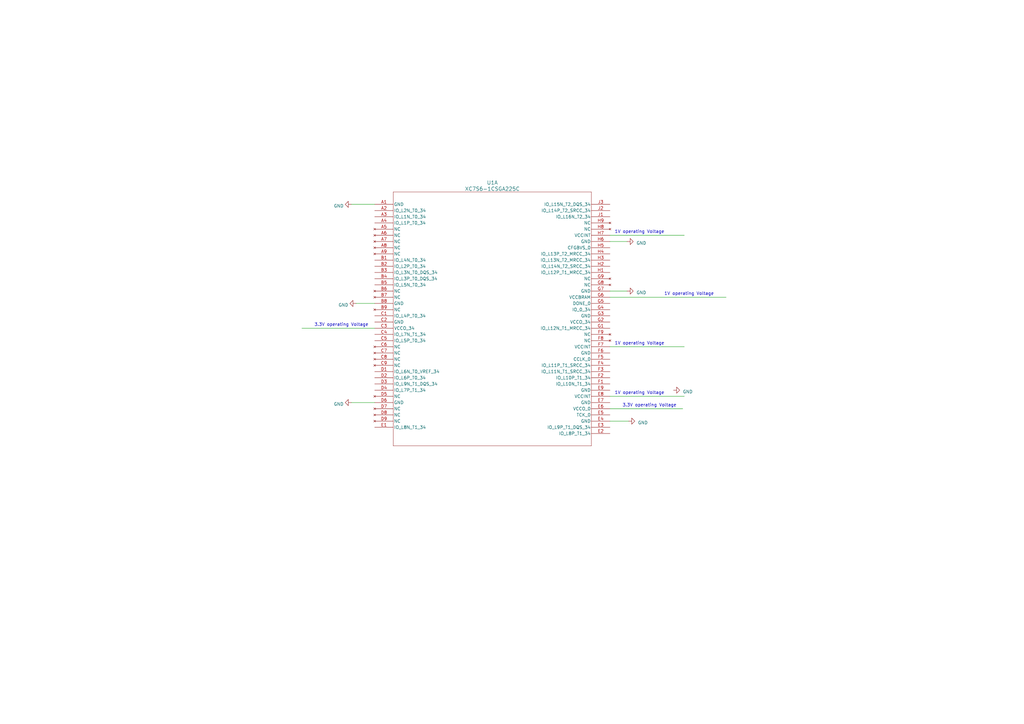
<source format=kicad_sch>
(kicad_sch (version 20230121) (generator eeschema)
  (paper "A3")
  (lib_symbols
    (symbol "2024-03-21_19-59-01:XC7S6-1CSGA225C" (pin_names (offset 0.254))
      (property "Reference" "U" (at 48.26 10.16 0))
      (property "Value" "XC7S6-1CSGA225C" (at 48.26 7.62 0))
      (symbol "XC7S6-1CSGA225C_1_1"
        (polyline (pts (xy 7.62 -99.06) (xy 88.9 -99.06)) (stroke (width 0.127)))
        (polyline (pts (xy 7.62 5.08) (xy 7.62 -99.06)) (stroke (width 0.127)))
        (polyline (pts (xy 88.9 -99.06) (xy 88.9 5.08)) (stroke (width 0.127)))
        (polyline (pts (xy 88.9 5.08) (xy 7.62 5.08)) (stroke (width 0.127)))
        (pin power_out line (at 0 0 0) (length 7.62) (name "GND") (number "A1"))
        (pin bidirectional line (at 0 -2.54 0) (length 7.62) (name "IO_L2N_T0_34") (number "A2"))
        (pin bidirectional line (at 0 -5.08 0) (length 7.62) (name "IO_L1N_T0_34") (number "A3"))
        (pin bidirectional line (at 0 -7.62 0) (length 7.62) (name "IO_L1P_T0_34") (number "A4"))
        (pin no_connect line (at 0 -10.16 0) (length 7.62) (name "NC") (number "A5"))
        (pin no_connect line (at 0 -12.7 0) (length 7.62) (name "NC") (number "A6"))
        (pin no_connect line (at 0 -15.24 0) (length 7.62) (name "NC") (number "A7"))
        (pin no_connect line (at 0 -17.78 0) (length 7.62) (name "NC") (number "A8"))
        (pin no_connect line (at 0 -20.32 0) (length 7.62) (name "NC") (number "A9"))
        (pin bidirectional line (at 0 -22.86 0) (length 7.62) (name "IO_L4N_T0_34") (number "B1"))
        (pin bidirectional line (at 0 -25.4 0) (length 7.62) (name "IO_L2P_T0_34") (number "B2"))
        (pin bidirectional line (at 0 -27.94 0) (length 7.62) (name "IO_L3N_T0_DQS_34") (number "B3"))
        (pin bidirectional line (at 0 -30.48 0) (length 7.62) (name "IO_L3P_T0_DQS_34") (number "B4"))
        (pin bidirectional line (at 0 -33.02 0) (length 7.62) (name "IO_L5N_T0_34") (number "B5"))
        (pin no_connect line (at 0 -35.56 0) (length 7.62) (name "NC") (number "B6"))
        (pin no_connect line (at 0 -38.1 0) (length 7.62) (name "NC") (number "B7"))
        (pin power_out line (at 0 -40.64 0) (length 7.62) (name "GND") (number "B8"))
        (pin no_connect line (at 0 -43.18 0) (length 7.62) (name "NC") (number "B9"))
        (pin bidirectional line (at 0 -45.72 0) (length 7.62) (name "IO_L4P_T0_34") (number "C1"))
        (pin power_out line (at 0 -48.26 0) (length 7.62) (name "GND") (number "C2"))
        (pin power_in line (at 0 -50.8 0) (length 7.62) (name "VCCO_34") (number "C3"))
        (pin bidirectional line (at 0 -53.34 0) (length 7.62) (name "IO_L7N_T1_34") (number "C4"))
        (pin bidirectional line (at 0 -55.88 0) (length 7.62) (name "IO_L5P_T0_34") (number "C5"))
        (pin no_connect line (at 0 -58.42 0) (length 7.62) (name "NC") (number "C6"))
        (pin no_connect line (at 0 -60.96 0) (length 7.62) (name "NC") (number "C7"))
        (pin no_connect line (at 0 -63.5 0) (length 7.62) (name "NC") (number "C8"))
        (pin no_connect line (at 0 -66.04 0) (length 7.62) (name "NC") (number "C9"))
        (pin bidirectional line (at 0 -68.58 0) (length 7.62) (name "IO_L6N_T0_VREF_34") (number "D1"))
        (pin bidirectional line (at 0 -71.12 0) (length 7.62) (name "IO_L6P_T0_34") (number "D2"))
        (pin bidirectional line (at 0 -73.66 0) (length 7.62) (name "IO_L9N_T1_DQS_34") (number "D3"))
        (pin bidirectional line (at 0 -76.2 0) (length 7.62) (name "IO_L7P_T1_34") (number "D4"))
        (pin no_connect line (at 0 -78.74 0) (length 7.62) (name "NC") (number "D5"))
        (pin power_out line (at 0 -81.28 0) (length 7.62) (name "GND") (number "D6"))
        (pin no_connect line (at 0 -83.82 0) (length 7.62) (name "NC") (number "D7"))
        (pin no_connect line (at 0 -86.36 0) (length 7.62) (name "NC") (number "D8"))
        (pin no_connect line (at 0 -88.9 0) (length 7.62) (name "NC") (number "D9"))
        (pin bidirectional line (at 0 -91.44 0) (length 7.62) (name "IO_L8N_T1_34") (number "E1"))
        (pin bidirectional line (at 96.52 -93.98 180) (length 7.62) (name "IO_L8P_T1_34") (number "E2"))
        (pin bidirectional line (at 96.52 -91.44 180) (length 7.62) (name "IO_L9P_T1_DQS_34") (number "E3"))
        (pin power_out line (at 96.52 -88.9 180) (length 7.62) (name "GND") (number "E4"))
        (pin input line (at 96.52 -86.36 180) (length 7.62) (name "TCK_0") (number "E5"))
        (pin power_in line (at 96.52 -83.82 180) (length 7.62) (name "VCCO_0") (number "E6"))
        (pin power_out line (at 96.52 -81.28 180) (length 7.62) (name "GND") (number "E7"))
        (pin power_in line (at 96.52 -78.74 180) (length 7.62) (name "VCCINT") (number "E8"))
        (pin power_out line (at 96.52 -76.2 180) (length 7.62) (name "GND") (number "E9"))
        (pin bidirectional line (at 96.52 -73.66 180) (length 7.62) (name "IO_L10N_T1_34") (number "F1"))
        (pin bidirectional line (at 96.52 -71.12 180) (length 7.62) (name "IO_L10P_T1_34") (number "F2"))
        (pin bidirectional line (at 96.52 -68.58 180) (length 7.62) (name "IO_L11N_T1_SRCC_34") (number "F3"))
        (pin bidirectional line (at 96.52 -66.04 180) (length 7.62) (name "IO_L11P_T1_SRCC_34") (number "F4"))
        (pin bidirectional line (at 96.52 -63.5 180) (length 7.62) (name "CCLK_0") (number "F5"))
        (pin power_out line (at 96.52 -60.96 180) (length 7.62) (name "GND") (number "F6"))
        (pin power_in line (at 96.52 -58.42 180) (length 7.62) (name "VCCINT") (number "F7"))
        (pin no_connect line (at 96.52 -55.88 180) (length 7.62) (name "NC") (number "F8"))
        (pin no_connect line (at 96.52 -53.34 180) (length 7.62) (name "NC") (number "F9"))
        (pin bidirectional line (at 96.52 -50.8 180) (length 7.62) (name "IO_L12N_T1_MRCC_34") (number "G1"))
        (pin power_in line (at 96.52 -48.26 180) (length 7.62) (name "VCCO_34") (number "G2"))
        (pin power_out line (at 96.52 -45.72 180) (length 7.62) (name "GND") (number "G3"))
        (pin bidirectional line (at 96.52 -43.18 180) (length 7.62) (name "IO_0_34") (number "G4"))
        (pin bidirectional line (at 96.52 -40.64 180) (length 7.62) (name "DONE_0") (number "G5"))
        (pin power_in line (at 96.52 -38.1 180) (length 7.62) (name "VCCBRAM") (number "G6"))
        (pin power_out line (at 96.52 -35.56 180) (length 7.62) (name "GND") (number "G7"))
        (pin no_connect line (at 96.52 -33.02 180) (length 7.62) (name "NC") (number "G8"))
        (pin no_connect line (at 96.52 -30.48 180) (length 7.62) (name "NC") (number "G9"))
        (pin bidirectional line (at 96.52 -27.94 180) (length 7.62) (name "IO_L12P_T1_MRCC_34") (number "H1"))
        (pin bidirectional line (at 96.52 -25.4 180) (length 7.62) (name "IO_L14N_T2_SRCC_34") (number "H2"))
        (pin bidirectional line (at 96.52 -22.86 180) (length 7.62) (name "IO_L13N_T2_MRCC_34") (number "H3"))
        (pin bidirectional line (at 96.52 -20.32 180) (length 7.62) (name "IO_L13P_T2_MRCC_34") (number "H4"))
        (pin input line (at 96.52 -17.78 180) (length 7.62) (name "CFGBVS_0") (number "H5"))
        (pin power_out line (at 96.52 -15.24 180) (length 7.62) (name "GND") (number "H6"))
        (pin power_in line (at 96.52 -12.7 180) (length 7.62) (name "VCCINT") (number "H7"))
        (pin no_connect line (at 96.52 -10.16 180) (length 7.62) (name "NC") (number "H8"))
        (pin no_connect line (at 96.52 -7.62 180) (length 7.62) (name "NC") (number "H9"))
        (pin bidirectional line (at 96.52 -5.08 180) (length 7.62) (name "IO_L16N_T2_34") (number "J1"))
        (pin bidirectional line (at 96.52 -2.54 180) (length 7.62) (name "IO_L14P_T2_SRCC_34") (number "J2"))
        (pin bidirectional line (at 96.52 0 180) (length 7.62) (name "IO_L15N_T2_DQS_34") (number "J3"))
      )
      (symbol "XC7S6-1CSGA225C_2_1"
        (polyline (pts (xy 7.62 -99.06) (xy 109.22 -99.06)) (stroke (width 0.127)))
        (polyline (pts (xy 7.62 5.08) (xy 7.62 -99.06)) (stroke (width 0.127)))
        (polyline (pts (xy 109.22 -99.06) (xy 109.22 5.08)) (stroke (width 0.127)))
        (polyline (pts (xy 109.22 5.08) (xy 7.62 5.08)) (stroke (width 0.127)))
        (pin no_connect line (at 116.84 -35.56 180) (length 7.62) (name "NC") (number "A10"))
        (pin no_connect line (at 116.84 -33.02 180) (length 7.62) (name "NC") (number "A11"))
        (pin no_connect line (at 116.84 -30.48 180) (length 7.62) (name "NC") (number "A12"))
        (pin no_connect line (at 116.84 -27.94 180) (length 7.62) (name "NC") (number "A13"))
        (pin no_connect line (at 116.84 -25.4 180) (length 7.62) (name "NC") (number "A14"))
        (pin power_out line (at 116.84 -22.86 180) (length 7.62) (name "GND") (number "A15"))
        (pin no_connect line (at 116.84 -20.32 180) (length 7.62) (name "NC") (number "B10"))
        (pin no_connect line (at 116.84 -17.78 180) (length 7.62) (name "NC") (number "B11"))
        (pin no_connect line (at 116.84 -15.24 180) (length 7.62) (name "NC") (number "B12"))
        (pin no_connect line (at 116.84 -12.7 180) (length 7.62) (name "NC") (number "B13"))
        (pin no_connect line (at 116.84 -10.16 180) (length 7.62) (name "NC") (number "B14"))
        (pin no_connect line (at 116.84 -7.62 180) (length 7.62) (name "NC") (number "B15"))
        (pin no_connect line (at 116.84 -5.08 180) (length 7.62) (name "NC") (number "C10"))
        (pin no_connect line (at 116.84 -2.54 180) (length 7.62) (name "NC") (number "C11"))
        (pin power_out line (at 116.84 0 180) (length 7.62) (name "GND") (number "C12"))
        (pin bidirectional line (at 0 0 0) (length 7.62) (name "IO_L15P_T2_DQS_34") (number "J4"))
        (pin input line (at 0 -2.54 0) (length 7.62) (name "PROGRAM_B_0") (number "J5"))
        (pin power_in line (at 0 -5.08 0) (length 7.62) (name "VCCBRAM") (number "J6"))
        (pin power_out line (at 0 -7.62 0) (length 7.62) (name "GND") (number "J7"))
        (pin unspecified line (at 0 -10.16 0) (length 7.62) (name "DXN_0") (number "J8"))
        (pin unspecified line (at 0 -12.7 0) (length 7.62) (name "DXP_0") (number "J9"))
        (pin bidirectional line (at 0 -15.24 0) (length 7.62) (name "IO_L16P_T2_34") (number "K1"))
        (pin bidirectional line (at 0 -17.78 0) (length 7.62) (name "IO_L17N_T2_34") (number "K2"))
        (pin bidirectional line (at 0 -20.32 0) (length 7.62) (name "IO_L17P_T2_34") (number "K3"))
        (pin output line (at 0 -22.86 0) (length 7.62) (name "TDO_0") (number "K4"))
        (pin input line (at 0 -25.4 0) (length 7.62) (name "TMS_0") (number "K5"))
        (pin power_out line (at 0 -27.94 0) (length 7.62) (name "GND") (number "K6"))
        (pin power_in line (at 0 -30.48 0) (length 7.62) (name "VCCINT") (number "K7"))
        (pin power_out line (at 0 -33.02 0) (length 7.62) (name "GND") (number "K8"))
        (pin power_in line (at 0 -35.56 0) (length 7.62) (name "VCCINT") (number "K9"))
        (pin bidirectional line (at 0 -38.1 0) (length 7.62) (name "IO_L18N_T2_34") (number "L1"))
        (pin power_out line (at 0 -40.64 0) (length 7.62) (name "GND") (number "L2"))
        (pin power_in line (at 0 -43.18 0) (length 7.62) (name "VCCO_34") (number "L3"))
        (pin input line (at 0 -45.72 0) (length 7.62) (name "TDI_0") (number "L4"))
        (pin bidirectional line (at 0 -48.26 0) (length 7.62) (name "INIT_B_0") (number "L5"))
        (pin power_in line (at 0 -50.8 0) (length 7.62) (name "VCCAUX") (number "L6"))
        (pin power_out line (at 0 -53.34 0) (length 7.62) (name "GND") (number "L7"))
        (pin power_in line (at 0 -55.88 0) (length 7.62) (name "VCCAUX") (number "L8"))
        (pin power_out line (at 0 -58.42 0) (length 7.62) (name "GND") (number "L9"))
        (pin bidirectional line (at 0 -60.96 0) (length 7.62) (name "IO_L18P_T2_34") (number "M1"))
        (pin bidirectional line (at 0 -63.5 0) (length 7.62) (name "IO_L20N_T3_34") (number "M2"))
        (pin bidirectional line (at 0 -66.04 0) (length 7.62) (name "IO_L19N_T3_VREF_34") (number "M3"))
        (pin bidirectional line (at 0 -68.58 0) (length 7.62) (name "IO_L19P_T3_34") (number "M4"))
        (pin input line (at 0 -71.12 0) (length 7.62) (name "M0_0") (number "M5"))
        (pin input line (at 0 -73.66 0) (length 7.62) (name "M2_0") (number "M6"))
        (pin bidirectional line (at 0 -76.2 0) (length 7.62) (name "IO_L19P_T3_D26_14") (number "M7"))
        (pin bidirectional line (at 0 -78.74 0) (length 7.62) (name "IO_L19N_T3_D25_VREF_14") (number "M8"))
        (pin bidirectional line (at 0 -81.28 0) (length 7.62) (name "IO_L13P_T2_MRCC_14") (number "M9"))
        (pin bidirectional line (at 0 -83.82 0) (length 7.62) (name "IO_L22N_T3_34") (number "N1"))
        (pin bidirectional line (at 0 -86.36 0) (length 7.62) (name "IO_L20P_T3_34") (number "N2"))
        (pin bidirectional line (at 0 -88.9 0) (length 7.62) (name "IO_L21N_T3_DQS_34") (number "N3"))
        (pin bidirectional line (at 0 -91.44 0) (length 7.62) (name "IO_25_34") (number "N4"))
        (pin input line (at 116.84 -93.98 180) (length 7.62) (name "M1_0") (number "N5"))
        (pin bidirectional line (at 116.84 -91.44 180) (length 7.62) (name "IO_L20P_T3_D24_14") (number "N6"))
        (pin bidirectional line (at 116.84 -88.9 180) (length 7.62) (name "IO_L20N_T3_D23_14") (number "N7"))
        (pin bidirectional line (at 116.84 -86.36 180) (length 7.62) (name "IO_L21P_T3_DQS_14") (number "N8"))
        (pin bidirectional line (at 116.84 -83.82 180) (length 7.62) (name "IO_L21N_T3_DQS_D22_14") (number "N9"))
        (pin bidirectional line (at 116.84 -81.28 180) (length 7.62) (name "IO_L22P_T3_34") (number "P1"))
        (pin bidirectional line (at 116.84 -78.74 180) (length 7.62) (name "IO_L24N_T3_34") (number "P2"))
        (pin bidirectional line (at 116.84 -76.2 180) (length 7.62) (name "IO_L21P_T3_DQS_34") (number "P3"))
        (pin power_out line (at 116.84 -73.66 180) (length 7.62) (name "GND") (number "P4"))
        (pin power_in line (at 116.84 -71.12 180) (length 7.62) (name "VCCO_0") (number "P5"))
        (pin bidirectional line (at 116.84 -68.58 180) (length 7.62) (name "IO_L23P_T3_D19_14") (number "P6"))
        (pin bidirectional line (at 116.84 -66.04 180) (length 7.62) (name "IO_L23N_T3_D18_14") (number "P7"))
        (pin power_out line (at 116.84 -63.5 180) (length 7.62) (name "GND") (number "P8"))
        (pin power_in line (at 116.84 -60.96 180) (length 7.62) (name "VCCO_14") (number "P9"))
        (pin power_out line (at 116.84 -58.42 180) (length 7.62) (name "GND") (number "R1"))
        (pin bidirectional line (at 116.84 -55.88 180) (length 7.62) (name "IO_L24P_T3_34") (number "R2"))
        (pin bidirectional line (at 116.84 -53.34 180) (length 7.62) (name "IO_L23N_T3_34") (number "R3"))
        (pin bidirectional line (at 116.84 -50.8 180) (length 7.62) (name "IO_L23P_T3_34") (number "R4"))
        (pin bidirectional line (at 116.84 -48.26 180) (length 7.62) (name "IO_L24P_T3_D17_14") (number "R5"))
        (pin bidirectional line (at 116.84 -45.72 180) (length 7.62) (name "IO_L24N_T3_D16_14") (number "R6"))
        (pin bidirectional line (at 116.84 -43.18 180) (length 7.62) (name "IO_L22P_T3_D21_14") (number "R7"))
        (pin bidirectional line (at 116.84 -40.64 180) (length 7.62) (name "IO_L22N_T3_D20_14") (number "R8"))
        (pin bidirectional line (at 116.84 -38.1 180) (length 7.62) (name "IO_L17P_T2_D30_14") (number "R9"))
      )
      (symbol "XC7S6-1CSGA225C_3_1"
        (polyline (pts (xy 7.62 -99.06) (xy 119.38 -99.06)) (stroke (width 0.127)))
        (polyline (pts (xy 7.62 5.08) (xy 7.62 -99.06)) (stroke (width 0.127)))
        (polyline (pts (xy 119.38 -99.06) (xy 119.38 5.08)) (stroke (width 0.127)))
        (polyline (pts (xy 119.38 5.08) (xy 7.62 5.08)) (stroke (width 0.127)))
        (pin no_connect line (at 0 0 0) (length 7.62) (name "NC") (number "C13"))
        (pin no_connect line (at 0 -2.54 0) (length 7.62) (name "NC") (number "C14"))
        (pin no_connect line (at 0 -5.08 0) (length 7.62) (name "NC") (number "C15"))
        (pin no_connect line (at 0 -7.62 0) (length 7.62) (name "NC") (number "D10"))
        (pin no_connect line (at 0 -10.16 0) (length 7.62) (name "NC") (number "D11"))
        (pin no_connect line (at 0 -12.7 0) (length 7.62) (name "NC") (number "D12"))
        (pin no_connect line (at 0 -15.24 0) (length 7.62) (name "NC") (number "D13"))
        (pin power_out line (at 0 -17.78 0) (length 7.62) (name "GND") (number "D14"))
        (pin no_connect line (at 0 -20.32 0) (length 7.62) (name "NC") (number "D15"))
        (pin power_in line (at 0 -22.86 0) (length 7.62) (name "VCCINT") (number "E10"))
        (pin no_connect line (at 0 -25.4 0) (length 7.62) (name "NC") (number "E11"))
        (pin no_connect line (at 0 -27.94 0) (length 7.62) (name "NC") (number "E12"))
        (pin no_connect line (at 0 -30.48 0) (length 7.62) (name "NC") (number "E13"))
        (pin no_connect line (at 0 -33.02 0) (length 7.62) (name "NC") (number "E14"))
        (pin no_connect line (at 0 -35.56 0) (length 7.62) (name "NC") (number "E15"))
        (pin power_out line (at 0 -38.1 0) (length 7.62) (name "GND") (number "F10"))
        (pin no_connect line (at 0 -40.64 0) (length 7.62) (name "NC") (number "F11"))
        (pin no_connect line (at 0 -43.18 0) (length 7.62) (name "NC") (number "F12"))
        (pin power_out line (at 0 -45.72 0) (length 7.62) (name "GND") (number "F13"))
        (pin no_connect line (at 0 -48.26 0) (length 7.62) (name "NC") (number "F14"))
        (pin no_connect line (at 0 -50.8 0) (length 7.62) (name "NC") (number "F15"))
        (pin power_in line (at 0 -53.34 0) (length 7.62) (name "VCCINT") (number "G10"))
        (pin no_connect line (at 0 -55.88 0) (length 7.62) (name "NC") (number "G11"))
        (pin no_connect line (at 0 -58.42 0) (length 7.62) (name "NC") (number "G12"))
        (pin no_connect line (at 0 -60.96 0) (length 7.62) (name "NC") (number "G13"))
        (pin no_connect line (at 0 -63.5 0) (length 7.62) (name "NC") (number "G14"))
        (pin no_connect line (at 0 -66.04 0) (length 7.62) (name "NC") (number "G15"))
        (pin power_out line (at 0 -68.58 0) (length 7.62) (name "GND") (number "H10"))
        (pin no_connect line (at 0 -71.12 0) (length 7.62) (name "NC") (number "H11"))
        (pin no_connect line (at 0 -73.66 0) (length 7.62) (name "NC") (number "H12"))
        (pin no_connect line (at 0 -76.2 0) (length 7.62) (name "NC") (number "H13"))
        (pin bidirectional line (at 0 -78.74 0) (length 7.62) (name "IO_L1P_T0_D00_MOSI_14") (number "H14"))
        (pin bidirectional line (at 0 -81.28 0) (length 7.62) (name "IO_L1N_T0_D01_DIN_14") (number "H15"))
        (pin power_in line (at 0 -83.82 0) (length 7.62) (name "VCCINT") (number "J10"))
        (pin bidirectional line (at 0 -86.36 0) (length 7.62) (name "IO_0_14") (number "J11"))
        (pin bidirectional line (at 0 -88.9 0) (length 7.62) (name "IO_L2P_T0_D02_14") (number "J12"))
        (pin power_out line (at 0 -91.44 0) (length 7.62) (name "GND") (number "J13"))
        (pin power_in line (at 127 -93.98 180) (length 7.62) (name "VCCO_14") (number "J14"))
        (pin bidirectional line (at 127 -91.44 180) (length 7.62) (name "IO_L5P_T0_D06_14") (number "J15"))
        (pin power_out line (at 127 -88.9 180) (length 7.62) (name "GND") (number "K10"))
        (pin bidirectional line (at 127 -86.36 180) (length 7.62) (name "IO_L3P_T0_DQS_PUDC_B_14") (number "K11"))
        (pin bidirectional line (at 127 -83.82 180) (length 7.62) (name "IO_L3N_T0_DQS_EMCCLK_14") (number "K12"))
        (pin bidirectional line (at 127 -81.28 180) (length 7.62) (name "IO_L2N_T0_D03_14") (number "K13"))
        (pin bidirectional line (at 127 -78.74 180) (length 7.62) (name "IO_L4P_T0_D04_14") (number "K14"))
        (pin bidirectional line (at 127 -76.2 180) (length 7.62) (name "IO_L5N_T0_D07_14") (number "K15"))
        (pin bidirectional line (at 127 -73.66 180) (length 7.62) (name "IO_25_14") (number "L10"))
        (pin bidirectional line (at 127 -71.12 180) (length 7.62) (name "IO_L6P_T0_FCS_B_14") (number "L11"))
        (pin bidirectional line (at 127 -68.58 180) (length 7.62) (name "IO_L6N_T0_D08_VREF_14") (number "L12"))
        (pin bidirectional line (at 127 -66.04 180) (length 7.62) (name "IO_L7P_T1_D09_14") (number "L13"))
        (pin bidirectional line (at 127 -63.5 180) (length 7.62) (name "IO_L7N_T1_D10_14") (number "L14"))
        (pin bidirectional line (at 127 -60.96 180) (length 7.62) (name "IO_L4N_T0_D05_14") (number "L15"))
        (pin bidirectional line (at 127 -58.42 180) (length 7.62) (name "IO_L13N_T2_MRCC_14") (number "M10"))
        (pin power_out line (at 127 -55.88 180) (length 7.62) (name "GND") (number "M11"))
        (pin power_in line (at 127 -53.34 180) (length 7.62) (name "VCCO_14") (number "M12"))
        (pin bidirectional line (at 127 -50.8 180) (length 7.62) (name "IO_L8P_T1_D11_14") (number "M13"))
        (pin bidirectional line (at 127 -48.26 180) (length 7.62) (name "IO_L9P_T1_DQS_14") (number "M14"))
        (pin bidirectional line (at 127 -45.72 180) (length 7.62) (name "IO_L9N_T1_DQS_D13_14") (number "M15"))
        (pin bidirectional line (at 127 -43.18 180) (length 7.62) (name "IO_L15P_T2_DQS_RDWR_B_14") (number "N10"))
        (pin bidirectional line (at 127 -40.64 180) (length 7.62) (name "IO_L15N_T2_DQS_DOUT_CSO_B_14") (number "N11"))
        (pin bidirectional line (at 127 -38.1 180) (length 7.62) (name "IO_L14P_T2_SRCC_14") (number "N12"))
        (pin bidirectional line (at 127 -35.56 180) (length 7.62) (name "IO_L8N_T1_D12_14") (number "N13"))
        (pin bidirectional line (at 127 -33.02 180) (length 7.62) (name "IO_L10P_T1_D14_14") (number "N14"))
        (pin bidirectional line (at 127 -30.48 180) (length 7.62) (name "IO_L10N_T1_D15_14") (number "N15"))
        (pin bidirectional line (at 127 -27.94 180) (length 7.62) (name "IO_L16P_T2_CSI_B_14") (number "P10"))
        (pin bidirectional line (at 127 -25.4 180) (length 7.62) (name "IO_L16N_T2_D31_14") (number "P11"))
        (pin bidirectional line (at 127 -22.86 180) (length 7.62) (name "IO_L14N_T2_SRCC_14") (number "P12"))
        (pin power_out line (at 127 -20.32 180) (length 7.62) (name "GND") (number "P13"))
        (pin bidirectional line (at 127 -17.78 180) (length 7.62) (name "IO_L11P_T1_SRCC_14") (number "P14"))
        (pin bidirectional line (at 127 -15.24 180) (length 7.62) (name "IO_L11N_T1_SRCC_14") (number "P15"))
        (pin bidirectional line (at 127 -12.7 180) (length 7.62) (name "IO_L17N_T2_D29_14") (number "R10"))
        (pin bidirectional line (at 127 -10.16 180) (length 7.62) (name "IO_L18P_T2_D28_14") (number "R11"))
        (pin bidirectional line (at 127 -7.62 180) (length 7.62) (name "IO_L18N_T2_D27_14") (number "R12"))
        (pin bidirectional line (at 127 -5.08 180) (length 7.62) (name "IO_L12P_T1_MRCC_14") (number "R13"))
        (pin bidirectional line (at 127 -2.54 180) (length 7.62) (name "IO_L12N_T1_MRCC_14") (number "R14"))
        (pin power_out line (at 127 0 180) (length 7.62) (name "GND") (number "R15"))
      )
    )
    (symbol "power:GND" (power) (pin_names (offset 0))
      (property "Value" "GND" (at 0 -3.81 0))
      (symbol "GND_0_1"
        (polyline (pts (xy 0 0) (xy 0 -1.27) (xy 1.27 -1.27) (xy 0 -2.54) (xy -1.27 -1.27) (xy 0 -1.27)))
      )
      (symbol "GND_1_1"
        (pin power_in line (at 0 0 270) (length 0) hide (name "GND") (number "1"))
      )
    )
  )
  (wire (pts (xy 250.19 99.06) (xy 257.175 99.06)))
  (wire (pts (xy 144.145 165.1) (xy 153.67 165.1)))
  (wire (pts (xy 250.19 96.52) (xy 280.67 96.52)))
  (wire (pts (xy 144.145 83.82) (xy 153.67 83.82)))
  (wire (pts (xy 250.19 119.38) (xy 257.175 119.38)))
  (wire (pts (xy 250.19 172.72) (xy 257.81 172.72)))
  (wire (pts (xy 146.05 124.46) (xy 153.67 124.46)))
  (wire (pts (xy 250.19 142.24) (xy 280.67 142.24)))
  (wire (pts (xy 250.19 167.64) (xy 280.035 167.64)))
  (wire (pts (xy 250.19 121.92) (xy 297.815 121.92)))
  (wire (pts (xy 123.825 134.62) (xy 153.67 134.62)))
  (wire (pts (xy 250.19 162.56) (xy 280.67 162.56)))
  (text "1V operating Voltage\n" (at 252.095 95.885 0) (effects (font (size 1.27 1.27)) (justify left bottom)))
  (text "1V operating Voltage\n" (at 252.095 141.605 0) (effects (font (size 1.27 1.27)) (justify left bottom)))
  (text "1V operating Voltage\n" (at 272.415 121.285 0) (effects (font (size 1.27 1.27)) (justify left bottom)))
  (text "1V operating Voltage\n" (at 252.095 161.925 0) (effects (font (size 1.27 1.27)) (justify left bottom)))
  (text "3.3V operating Voltage\n" (at 128.905 133.985 0) (effects (font (size 1.27 1.27)) (justify left bottom)))
  (text "3.3V operating Voltage\n" (at 255.27 167.005 0) (effects (font (size 1.27 1.27)) (justify left bottom)))
  (symbol (lib_id "power:GND") (at 144.145 165.1 270) (unit 1)
    (property "Reference" "#PWR03" (effects hide))
    (property "Value" "GND" (at 140.97 165.735 90) (effects (justify right)))
  )
  (symbol (lib_id "power:GND") (at 276.225 160.02 90) (unit 1)
    (property "Reference" "#PWR04" (effects hide))
    (property "Value" "GND" (at 280.035 160.655 90) (effects (justify right)))
  )
  (symbol (lib_id "power:GND") (at 257.81 172.72 90) (unit 1)
    (property "Reference" "#PWR07" (effects hide))
    (property "Value" "GND" (at 261.62 173.355 90) (effects (justify right)))
  )
  (symbol (lib_id "power:GND") (at 257.175 119.38 90) (unit 1)
    (property "Reference" "#PWR05" (effects hide))
    (property "Value" "GND" (at 260.985 120.015 90) (effects (justify right)))
  )
  (symbol (lib_id "power:GND") (at 257.175 99.06 90) (unit 1)
    (property "Reference" "#PWR06" (effects hide))
    (property "Value" "GND" (at 260.985 99.695 90) (effects (justify right)))
  )
  (symbol (lib_id "power:GND") (at 144.145 83.82 270) (unit 1)
    (property "Reference" "#PWR01" (effects hide))
    (property "Value" "GND" (at 140.97 84.455 90) (effects (justify right)))
  )
  (symbol (lib_id "2024-03-21_19-59-01:XC7S6-1CSGA225C") (at 153.67 83.82 0) (unit 1)
    (property "Reference" "U1" (at 201.93 74.93 0) (effects (font (size 1.524 1.524))))
    (property "Value" "XC7S6-1CSGA225C" (at 201.93 77.47 0) (effects (font (size 1.524 1.524))))
    (property "Footprint" "CSGA225_XIL" (effects hide))
    (property "Datasheet" "XC7S6-1CSGA225C" (effects hide))
  )
  (symbol (lib_id "power:GND") (at 146.05 124.46 270) (unit 1)
    (property "Reference" "#PWR02" (effects hide))
    (property "Value" "GND" (at 142.875 125.095 90) (effects (justify right)))
  )
)
</source>
